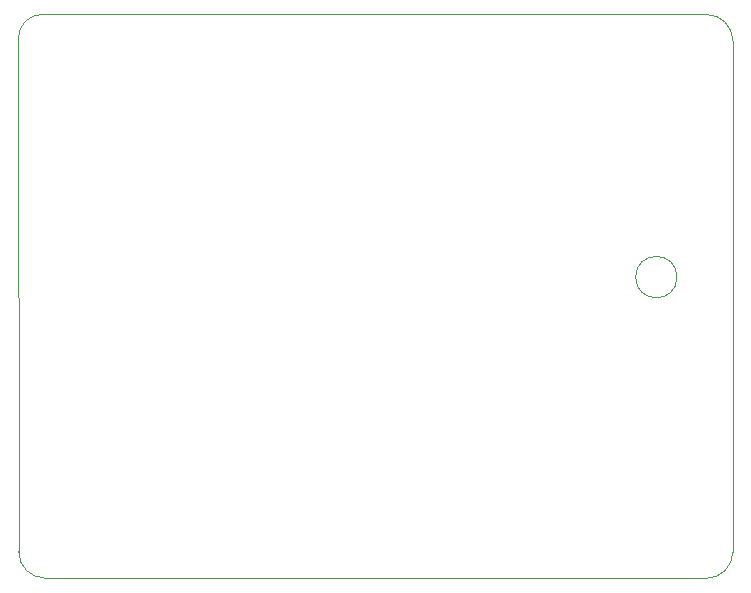
<source format=gbr>
%TF.GenerationSoftware,KiCad,Pcbnew,7.0.9*%
%TF.CreationDate,2024-01-04T21:37:17-05:00*%
%TF.ProjectId,PedalboardBrain,50656461-6c62-46f6-9172-64427261696e,rev?*%
%TF.SameCoordinates,Original*%
%TF.FileFunction,Profile,NP*%
%FSLAX46Y46*%
G04 Gerber Fmt 4.6, Leading zero omitted, Abs format (unit mm)*
G04 Created by KiCad (PCBNEW 7.0.9) date 2024-01-04 21:37:17*
%MOMM*%
%LPD*%
G01*
G04 APERTURE LIST*
%TA.AperFunction,Profile*%
%ADD10C,0.100000*%
%TD*%
G04 APERTURE END LIST*
D10*
X148499999Y-72749967D02*
G75*
G03*
X150736067Y-70513932I1J2236067D01*
G01*
X148499999Y-25013933D02*
X92250000Y-25000000D01*
X150736067Y-27250001D02*
X150736067Y-70513932D01*
X92500001Y-72736067D02*
X148450000Y-72750000D01*
X90250000Y-27000000D02*
X90263933Y-70499999D01*
X92250000Y-25000000D02*
G75*
G03*
X90250000Y-27000000I0J-2000000D01*
G01*
X90263933Y-70499999D02*
G75*
G03*
X92500001Y-72736067I2236067J-1D01*
G01*
X146002855Y-47250000D02*
G75*
G03*
X146002855Y-47250000I-1752855J0D01*
G01*
X150736067Y-27250001D02*
G75*
G03*
X148499999Y-25013933I-2236067J1D01*
G01*
M02*

</source>
